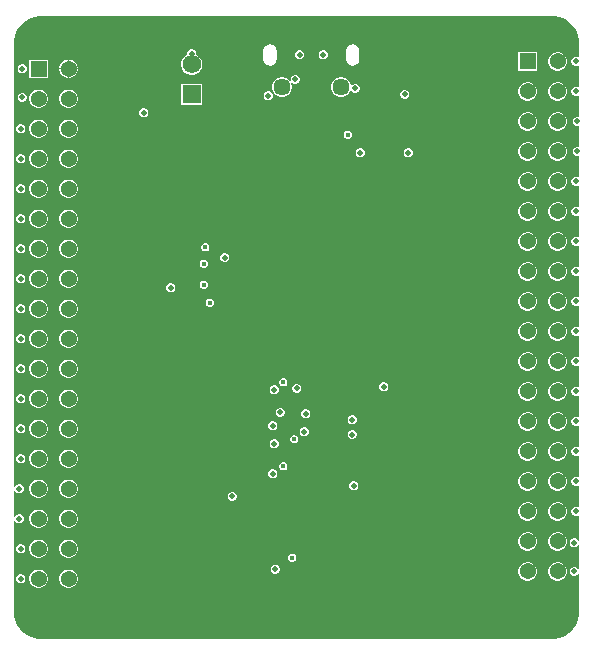
<source format=gbr>
%TF.GenerationSoftware,Altium Limited,Altium Designer,24.10.1 (45)*%
G04 Layer_Physical_Order=3*
G04 Layer_Color=16440176*
%FSLAX45Y45*%
%MOMM*%
%TF.SameCoordinates,4DA1E9EC-797C-4A4C-9375-46A5AD340D12*%
%TF.FilePolarity,Positive*%
%TF.FileFunction,Copper,L3,Inr,Signal*%
%TF.Part,Single*%
G01*
G75*
%TA.AperFunction,ComponentPad*%
%ADD31C,1.37000*%
%ADD32R,1.37000X1.37000*%
%ADD33C,1.45000*%
%ADD34C,1.57000*%
%ADD35R,1.57000X1.57000*%
%TA.AperFunction,ViaPad*%
%ADD36C,0.45000*%
%ADD37C,0.50000*%
G36*
X4640141Y5063332D02*
X4682655Y5045722D01*
X4720916Y5020157D01*
X4753456Y4987617D01*
X4779022Y4949355D01*
X4796632Y4906841D01*
X4805609Y4861709D01*
Y4722481D01*
X4795449Y4718719D01*
X4782699Y4724000D01*
X4767701D01*
X4753845Y4718261D01*
X4743239Y4707655D01*
X4737500Y4693799D01*
Y4678801D01*
X4743239Y4664945D01*
X4753845Y4654339D01*
X4767701Y4648600D01*
X4782699D01*
X4795449Y4653881D01*
X4805609Y4650119D01*
Y4468481D01*
X4795449Y4464719D01*
X4782699Y4470000D01*
X4767701D01*
X4753845Y4464261D01*
X4743239Y4453655D01*
X4737500Y4439799D01*
Y4424801D01*
X4743239Y4410945D01*
X4753845Y4400339D01*
X4767701Y4394600D01*
X4782699D01*
X4795449Y4399881D01*
X4805609Y4396119D01*
Y4220915D01*
X4797162Y4215270D01*
X4795399Y4216000D01*
X4780401D01*
X4766545Y4210261D01*
X4755939Y4199655D01*
X4750200Y4185799D01*
Y4170801D01*
X4755939Y4156945D01*
X4766545Y4146339D01*
X4780401Y4140600D01*
X4795399D01*
X4797162Y4141330D01*
X4805609Y4135685D01*
Y3966915D01*
X4797162Y3961270D01*
X4795399Y3962000D01*
X4780401D01*
X4766545Y3956261D01*
X4755939Y3945655D01*
X4750200Y3931799D01*
Y3916801D01*
X4755939Y3902945D01*
X4766545Y3892339D01*
X4780401Y3886600D01*
X4795399D01*
X4797162Y3887330D01*
X4805609Y3881685D01*
Y3706481D01*
X4795449Y3702719D01*
X4782699Y3708000D01*
X4767701D01*
X4753845Y3702261D01*
X4743239Y3691655D01*
X4737500Y3677799D01*
Y3662801D01*
X4743239Y3648945D01*
X4753845Y3638339D01*
X4767701Y3632600D01*
X4782699D01*
X4795449Y3637881D01*
X4805609Y3634119D01*
Y3452481D01*
X4795449Y3448719D01*
X4782699Y3454000D01*
X4767701D01*
X4753845Y3448261D01*
X4743239Y3437655D01*
X4737500Y3423799D01*
Y3408801D01*
X4743239Y3394945D01*
X4753845Y3384339D01*
X4767701Y3378600D01*
X4782699D01*
X4795449Y3383881D01*
X4805609Y3380119D01*
Y3198481D01*
X4795449Y3194719D01*
X4782699Y3200000D01*
X4767701D01*
X4753845Y3194261D01*
X4743239Y3183655D01*
X4737500Y3169799D01*
Y3154801D01*
X4743239Y3140945D01*
X4753845Y3130339D01*
X4767701Y3124600D01*
X4782699D01*
X4795449Y3129881D01*
X4805609Y3126119D01*
Y2944481D01*
X4795449Y2940719D01*
X4782699Y2946000D01*
X4767701D01*
X4753845Y2940261D01*
X4743239Y2929655D01*
X4737500Y2915799D01*
Y2900801D01*
X4743239Y2886945D01*
X4753845Y2876339D01*
X4767701Y2870600D01*
X4782699D01*
X4795449Y2875881D01*
X4805609Y2872119D01*
Y2690481D01*
X4795449Y2686719D01*
X4782699Y2692000D01*
X4767701D01*
X4753845Y2686261D01*
X4743239Y2675655D01*
X4737500Y2661799D01*
Y2646801D01*
X4743239Y2632945D01*
X4753845Y2622339D01*
X4767701Y2616600D01*
X4782699D01*
X4795449Y2621881D01*
X4805609Y2618119D01*
Y2436481D01*
X4795449Y2432719D01*
X4782699Y2438000D01*
X4767701D01*
X4753845Y2432261D01*
X4743239Y2421655D01*
X4737500Y2407799D01*
Y2392801D01*
X4743239Y2378945D01*
X4753845Y2368339D01*
X4767701Y2362600D01*
X4782699D01*
X4795449Y2367881D01*
X4805609Y2364119D01*
Y2182481D01*
X4795449Y2178719D01*
X4782699Y2184000D01*
X4767701D01*
X4753845Y2178261D01*
X4743239Y2167655D01*
X4737500Y2153799D01*
Y2138801D01*
X4743239Y2124945D01*
X4753845Y2114339D01*
X4767701Y2108600D01*
X4782699D01*
X4795449Y2113881D01*
X4805609Y2110119D01*
Y1928481D01*
X4795449Y1924719D01*
X4782699Y1930000D01*
X4767701D01*
X4753845Y1924261D01*
X4743239Y1913655D01*
X4737500Y1899799D01*
Y1884801D01*
X4743239Y1870945D01*
X4753845Y1860339D01*
X4767701Y1854600D01*
X4782699D01*
X4795449Y1859881D01*
X4805609Y1856119D01*
Y1674481D01*
X4795449Y1670719D01*
X4782699Y1676000D01*
X4767701D01*
X4753845Y1670261D01*
X4743239Y1659655D01*
X4737500Y1645799D01*
Y1630801D01*
X4743239Y1616945D01*
X4753845Y1606339D01*
X4767701Y1600600D01*
X4782699D01*
X4795449Y1605881D01*
X4805609Y1602119D01*
Y1420481D01*
X4795449Y1416719D01*
X4782699Y1422000D01*
X4767701D01*
X4753845Y1416261D01*
X4743239Y1405655D01*
X4737500Y1391799D01*
Y1376801D01*
X4743239Y1362945D01*
X4753845Y1352339D01*
X4767701Y1346600D01*
X4782699D01*
X4795449Y1351881D01*
X4805609Y1348119D01*
Y1166481D01*
X4795449Y1162719D01*
X4782699Y1168000D01*
X4767701D01*
X4753845Y1162261D01*
X4743239Y1151655D01*
X4737500Y1137799D01*
Y1122801D01*
X4743239Y1108945D01*
X4753845Y1098339D01*
X4767701Y1092600D01*
X4782699D01*
X4795449Y1097881D01*
X4805609Y1094119D01*
Y912481D01*
X4795449Y908719D01*
X4782699Y914000D01*
X4767701D01*
X4753845Y908261D01*
X4743239Y897655D01*
X4737500Y883799D01*
Y868801D01*
X4743239Y854945D01*
X4753845Y844339D01*
X4767701Y838600D01*
X4782699D01*
X4795449Y843881D01*
X4805609Y840119D01*
Y630589D01*
X4795449Y628568D01*
X4794461Y630955D01*
X4783855Y641561D01*
X4769999Y647300D01*
X4755001D01*
X4741145Y641561D01*
X4730539Y630955D01*
X4724800Y617099D01*
Y602101D01*
X4730539Y588245D01*
X4741145Y577639D01*
X4755001Y571900D01*
X4769999D01*
X4783855Y577639D01*
X4794461Y588245D01*
X4795449Y590632D01*
X4805609Y588611D01*
Y389289D01*
X4795449Y387268D01*
X4794461Y389655D01*
X4783855Y400261D01*
X4769999Y406000D01*
X4755001D01*
X4741145Y400261D01*
X4730539Y389655D01*
X4724800Y375799D01*
Y360801D01*
X4730539Y346945D01*
X4741145Y336339D01*
X4755001Y330600D01*
X4769999D01*
X4783855Y336339D01*
X4794461Y346945D01*
X4795449Y349332D01*
X4805609Y347311D01*
Y25400D01*
Y2391D01*
X4796632Y-42741D01*
X4779022Y-85256D01*
X4753457Y-123516D01*
X4720917Y-156056D01*
X4682655Y-181622D01*
X4640140Y-199232D01*
X4595009Y-208209D01*
X230991D01*
X185859Y-199232D01*
X143344Y-181622D01*
X105084Y-156057D01*
X72544Y-123518D01*
X46978Y-85256D01*
X29368Y-42741D01*
X20391Y2391D01*
Y25400D01*
Y791811D01*
X30551Y793832D01*
X31539Y791445D01*
X42145Y780839D01*
X56001Y775100D01*
X70999D01*
X84855Y780839D01*
X95461Y791445D01*
X101200Y805301D01*
Y820299D01*
X95461Y834155D01*
X84855Y844761D01*
X70999Y850500D01*
X56001D01*
X42145Y844761D01*
X31539Y834155D01*
X30551Y831768D01*
X20391Y833789D01*
Y1045811D01*
X30551Y1047832D01*
X31539Y1045445D01*
X42145Y1034839D01*
X56001Y1029100D01*
X70999D01*
X84855Y1034839D01*
X95461Y1045445D01*
X101200Y1059301D01*
Y1074299D01*
X95461Y1088155D01*
X84855Y1098761D01*
X70999Y1104500D01*
X56001D01*
X42145Y1098761D01*
X31539Y1088155D01*
X30551Y1085768D01*
X20391Y1087789D01*
Y4838700D01*
Y4861709D01*
X29368Y4906840D01*
X46978Y4949355D01*
X72543Y4987616D01*
X105082Y5020156D01*
X143344Y5045722D01*
X185859Y5063332D01*
X230991Y5072309D01*
X4595009D01*
X4640141Y5063332D01*
D02*
G37*
%LPC*%
G36*
X2644499Y4778100D02*
X2629501D01*
X2615645Y4772361D01*
X2605039Y4761755D01*
X2599300Y4747899D01*
Y4732901D01*
X2605039Y4719045D01*
X2615645Y4708439D01*
X2629501Y4702700D01*
X2644499D01*
X2658355Y4708439D01*
X2668961Y4719045D01*
X2674700Y4732901D01*
Y4747899D01*
X2668961Y4761755D01*
X2658355Y4772361D01*
X2644499Y4778100D01*
D02*
G37*
G36*
X2444499D02*
X2429501D01*
X2415645Y4772361D01*
X2405039Y4761755D01*
X2399300Y4747899D01*
Y4732901D01*
X2405039Y4719045D01*
X2415645Y4708439D01*
X2429501Y4702700D01*
X2444499D01*
X2458355Y4708439D01*
X2468961Y4719045D01*
X2474700Y4732901D01*
Y4747899D01*
X2468961Y4761755D01*
X2458355Y4772361D01*
X2444499Y4778100D01*
D02*
G37*
G36*
X2887000Y4831477D02*
X2865540Y4827209D01*
X2847347Y4815053D01*
X2835191Y4796860D01*
X2830923Y4775400D01*
Y4705400D01*
X2835191Y4683940D01*
X2847347Y4665747D01*
X2865540Y4653591D01*
X2887000Y4649323D01*
X2908460Y4653591D01*
X2926653Y4665747D01*
X2938809Y4683940D01*
X2943077Y4705400D01*
Y4775400D01*
X2938809Y4796860D01*
X2926653Y4815053D01*
X2908460Y4827209D01*
X2887000Y4831477D01*
D02*
G37*
G36*
X2187000D02*
X2165540Y4827209D01*
X2147347Y4815053D01*
X2135191Y4796860D01*
X2130923Y4775400D01*
Y4705400D01*
X2135191Y4683940D01*
X2147347Y4665747D01*
X2165540Y4653591D01*
X2187000Y4649323D01*
X2208460Y4653591D01*
X2226653Y4665747D01*
X2238809Y4683940D01*
X2243077Y4705400D01*
Y4775400D01*
X2238809Y4796860D01*
X2226653Y4815053D01*
X2208460Y4827209D01*
X2187000Y4831477D01*
D02*
G37*
G36*
X492956Y4701460D02*
X487680D01*
Y4627880D01*
X561260D01*
Y4633156D01*
X555899Y4653162D01*
X545543Y4671098D01*
X530898Y4685743D01*
X512962Y4696099D01*
X492956Y4701460D01*
D02*
G37*
G36*
X477520D02*
X472244D01*
X452238Y4696099D01*
X434302Y4685743D01*
X419657Y4671098D01*
X409301Y4653162D01*
X403940Y4633156D01*
Y4627880D01*
X477520D01*
Y4701460D01*
D02*
G37*
G36*
X4633156Y4764960D02*
X4612444D01*
X4592438Y4759599D01*
X4574502Y4749243D01*
X4559857Y4734598D01*
X4549501Y4716662D01*
X4544140Y4696656D01*
Y4675944D01*
X4549501Y4655938D01*
X4559857Y4638002D01*
X4574502Y4623357D01*
X4592438Y4613001D01*
X4612444Y4607640D01*
X4633156D01*
X4653162Y4613001D01*
X4671098Y4623357D01*
X4685743Y4638002D01*
X4696099Y4655938D01*
X4701460Y4675944D01*
Y4696656D01*
X4696099Y4716662D01*
X4685743Y4734598D01*
X4671098Y4749243D01*
X4653162Y4759599D01*
X4633156Y4764960D01*
D02*
G37*
G36*
X4447460D02*
X4290140D01*
Y4607640D01*
X4447460D01*
Y4764960D01*
D02*
G37*
G36*
X96399Y4660500D02*
X81401D01*
X67545Y4654761D01*
X56939Y4644155D01*
X51200Y4630299D01*
Y4615301D01*
X56939Y4601445D01*
X67545Y4590839D01*
X81401Y4585100D01*
X96399D01*
X110255Y4590839D01*
X120861Y4601445D01*
X126600Y4615301D01*
Y4630299D01*
X120861Y4644155D01*
X110255Y4654761D01*
X96399Y4660500D01*
D02*
G37*
G36*
X1531499Y4787500D02*
X1516501D01*
X1502645Y4781761D01*
X1492039Y4771155D01*
X1486300Y4757299D01*
Y4742301D01*
X1486564Y4741662D01*
X1469561Y4731846D01*
X1453054Y4715339D01*
X1441382Y4695121D01*
X1435340Y4672572D01*
Y4649228D01*
X1441382Y4626679D01*
X1453054Y4606461D01*
X1469561Y4589954D01*
X1489779Y4578282D01*
X1512328Y4572240D01*
X1535672D01*
X1558221Y4578282D01*
X1578439Y4589954D01*
X1594946Y4606461D01*
X1606618Y4626679D01*
X1612660Y4649228D01*
Y4672572D01*
X1606618Y4695121D01*
X1594946Y4715339D01*
X1578439Y4731846D01*
X1561436Y4741662D01*
X1561700Y4742301D01*
Y4757299D01*
X1555961Y4771155D01*
X1545355Y4781761D01*
X1531499Y4787500D01*
D02*
G37*
G36*
X561260Y4617720D02*
X487680D01*
Y4544140D01*
X492956D01*
X512962Y4549501D01*
X530898Y4559857D01*
X545543Y4574502D01*
X555899Y4592438D01*
X561260Y4612444D01*
Y4617720D01*
D02*
G37*
G36*
X477520D02*
X403940D01*
Y4612444D01*
X409301Y4592438D01*
X419657Y4574502D01*
X434302Y4559857D01*
X452238Y4549501D01*
X472244Y4544140D01*
X477520D01*
Y4617720D01*
D02*
G37*
G36*
X307260Y4701460D02*
X149940D01*
Y4544140D01*
X307260D01*
Y4701460D01*
D02*
G37*
G36*
X2407799Y4571600D02*
X2392801D01*
X2378945Y4565861D01*
X2368339Y4555255D01*
X2362600Y4541399D01*
Y4526401D01*
X2364512Y4521785D01*
X2355380Y4517282D01*
X2353144Y4521154D01*
X2337754Y4536544D01*
X2318905Y4547427D01*
X2297882Y4553060D01*
X2276118D01*
X2255095Y4547427D01*
X2236246Y4536544D01*
X2220856Y4521154D01*
X2209973Y4502305D01*
X2204340Y4481282D01*
Y4459518D01*
X2209973Y4438495D01*
X2220856Y4419646D01*
X2236246Y4404256D01*
X2255095Y4393373D01*
X2276118Y4387740D01*
X2297882D01*
X2318905Y4393373D01*
X2337754Y4404256D01*
X2353144Y4419646D01*
X2364027Y4438495D01*
X2369660Y4459518D01*
Y4481282D01*
X2364027Y4502305D01*
X2363776Y4502740D01*
X2371906Y4508978D01*
X2378945Y4501939D01*
X2392801Y4496200D01*
X2407799D01*
X2421655Y4501939D01*
X2432261Y4512545D01*
X2438000Y4526401D01*
Y4541399D01*
X2432261Y4555255D01*
X2421655Y4565861D01*
X2407799Y4571600D01*
D02*
G37*
G36*
X2797882Y4553060D02*
X2776118D01*
X2755095Y4547427D01*
X2736246Y4536544D01*
X2720856Y4521154D01*
X2709973Y4502305D01*
X2704340Y4481282D01*
Y4459518D01*
X2709973Y4438495D01*
X2720856Y4419646D01*
X2736246Y4404256D01*
X2755095Y4393373D01*
X2776118Y4387740D01*
X2797882D01*
X2818905Y4393373D01*
X2837754Y4404256D01*
X2853144Y4419646D01*
X2864027Y4438495D01*
X2864194Y4439118D01*
X2874900Y4439819D01*
X2876339Y4436345D01*
X2886945Y4425739D01*
X2900801Y4420000D01*
X2915799D01*
X2929655Y4425739D01*
X2940261Y4436345D01*
X2946000Y4450201D01*
Y4465199D01*
X2940261Y4479055D01*
X2929655Y4489661D01*
X2915799Y4495400D01*
X2900801D01*
X2886945Y4489661D01*
X2879453Y4482169D01*
X2878645Y4482096D01*
X2868655Y4485032D01*
X2864027Y4502305D01*
X2853144Y4521154D01*
X2837754Y4536544D01*
X2818905Y4547427D01*
X2797882Y4553060D01*
D02*
G37*
G36*
X3336299Y4443200D02*
X3321301D01*
X3307445Y4437461D01*
X3296839Y4426855D01*
X3291100Y4412999D01*
Y4398001D01*
X3296839Y4384145D01*
X3307445Y4373539D01*
X3321301Y4367800D01*
X3336299D01*
X3350155Y4373539D01*
X3360761Y4384145D01*
X3366500Y4398001D01*
Y4412999D01*
X3360761Y4426855D01*
X3350155Y4437461D01*
X3336299Y4443200D01*
D02*
G37*
G36*
X2179199Y4431900D02*
X2164201D01*
X2150345Y4426161D01*
X2139739Y4415555D01*
X2134000Y4401699D01*
Y4386701D01*
X2139739Y4372845D01*
X2150345Y4362239D01*
X2164201Y4356500D01*
X2179199D01*
X2193055Y4362239D01*
X2203661Y4372845D01*
X2209400Y4386701D01*
Y4401699D01*
X2203661Y4415555D01*
X2193055Y4426161D01*
X2179199Y4431900D01*
D02*
G37*
G36*
X4633156Y4510960D02*
X4612444D01*
X4592438Y4505599D01*
X4574502Y4495243D01*
X4559857Y4480598D01*
X4549501Y4462662D01*
X4544140Y4442656D01*
Y4421944D01*
X4549501Y4401938D01*
X4559857Y4384002D01*
X4574502Y4369357D01*
X4592438Y4359001D01*
X4612444Y4353640D01*
X4633156D01*
X4653162Y4359001D01*
X4671098Y4369357D01*
X4685743Y4384002D01*
X4696099Y4401938D01*
X4701460Y4421944D01*
Y4442656D01*
X4696099Y4462662D01*
X4685743Y4480598D01*
X4671098Y4495243D01*
X4653162Y4505599D01*
X4633156Y4510960D01*
D02*
G37*
G36*
X4379156D02*
X4358444D01*
X4338438Y4505599D01*
X4320502Y4495243D01*
X4305857Y4480598D01*
X4295501Y4462662D01*
X4290140Y4442656D01*
Y4421944D01*
X4295501Y4401938D01*
X4305857Y4384002D01*
X4320502Y4369357D01*
X4338438Y4359001D01*
X4358444Y4353640D01*
X4379156D01*
X4399162Y4359001D01*
X4417098Y4369357D01*
X4431743Y4384002D01*
X4442099Y4401938D01*
X4447460Y4421944D01*
Y4442656D01*
X4442099Y4462662D01*
X4431743Y4480598D01*
X4417098Y4495243D01*
X4399162Y4505599D01*
X4379156Y4510960D01*
D02*
G37*
G36*
X96399Y4419200D02*
X81401D01*
X67545Y4413461D01*
X56939Y4402855D01*
X51200Y4388999D01*
Y4374001D01*
X56939Y4360145D01*
X67545Y4349539D01*
X81401Y4343800D01*
X96399D01*
X110255Y4349539D01*
X120861Y4360145D01*
X126600Y4374001D01*
Y4388999D01*
X120861Y4402855D01*
X110255Y4413461D01*
X96399Y4419200D01*
D02*
G37*
G36*
X1612660Y4495560D02*
X1435340D01*
Y4318240D01*
X1612660D01*
Y4495560D01*
D02*
G37*
G36*
X492956Y4447460D02*
X472244D01*
X452238Y4442099D01*
X434302Y4431743D01*
X419657Y4417098D01*
X409301Y4399162D01*
X403940Y4379156D01*
Y4358444D01*
X409301Y4338438D01*
X419657Y4320502D01*
X434302Y4305857D01*
X452238Y4295501D01*
X472244Y4290140D01*
X492956D01*
X512962Y4295501D01*
X530898Y4305857D01*
X545543Y4320502D01*
X555899Y4338438D01*
X561260Y4358444D01*
Y4379156D01*
X555899Y4399162D01*
X545543Y4417098D01*
X530898Y4431743D01*
X512962Y4442099D01*
X492956Y4447460D01*
D02*
G37*
G36*
X238956D02*
X218244D01*
X198238Y4442099D01*
X180302Y4431743D01*
X165657Y4417098D01*
X155301Y4399162D01*
X149940Y4379156D01*
Y4358444D01*
X155301Y4338438D01*
X165657Y4320502D01*
X180302Y4305857D01*
X198238Y4295501D01*
X218244Y4290140D01*
X238956D01*
X258962Y4295501D01*
X276898Y4305857D01*
X291543Y4320502D01*
X301899Y4338438D01*
X307260Y4358444D01*
Y4379156D01*
X301899Y4399162D01*
X291543Y4417098D01*
X276898Y4431743D01*
X258962Y4442099D01*
X238956Y4447460D01*
D02*
G37*
G36*
X1125099Y4288213D02*
X1110101D01*
X1096245Y4282474D01*
X1085639Y4271869D01*
X1079900Y4258012D01*
Y4243014D01*
X1085639Y4229158D01*
X1096245Y4218553D01*
X1110101Y4212813D01*
X1125099D01*
X1138955Y4218553D01*
X1149561Y4229158D01*
X1155300Y4243014D01*
Y4258012D01*
X1149561Y4271869D01*
X1138955Y4282474D01*
X1125099Y4288213D01*
D02*
G37*
G36*
X4633156Y4256960D02*
X4612444D01*
X4592438Y4251599D01*
X4574502Y4241243D01*
X4559857Y4226598D01*
X4549501Y4208662D01*
X4544140Y4188656D01*
Y4167944D01*
X4549501Y4147938D01*
X4559857Y4130002D01*
X4574502Y4115357D01*
X4592438Y4105001D01*
X4612444Y4099640D01*
X4633156D01*
X4653162Y4105001D01*
X4671098Y4115357D01*
X4685743Y4130002D01*
X4696099Y4147938D01*
X4701460Y4167944D01*
Y4188656D01*
X4696099Y4208662D01*
X4685743Y4226598D01*
X4671098Y4241243D01*
X4653162Y4251599D01*
X4633156Y4256960D01*
D02*
G37*
G36*
X4379156D02*
X4358444D01*
X4338438Y4251599D01*
X4320502Y4241243D01*
X4305857Y4226598D01*
X4295501Y4208662D01*
X4290140Y4188656D01*
Y4167944D01*
X4295501Y4147938D01*
X4305857Y4130002D01*
X4320502Y4115357D01*
X4338438Y4105001D01*
X4358444Y4099640D01*
X4379156D01*
X4399162Y4105001D01*
X4417098Y4115357D01*
X4431743Y4130002D01*
X4442099Y4147938D01*
X4447460Y4167944D01*
Y4188656D01*
X4442099Y4208662D01*
X4431743Y4226598D01*
X4417098Y4241243D01*
X4399162Y4251599D01*
X4379156Y4256960D01*
D02*
G37*
G36*
X83699Y4152500D02*
X68701D01*
X54845Y4146761D01*
X44239Y4136155D01*
X38500Y4122299D01*
Y4107301D01*
X44239Y4093445D01*
X54845Y4082839D01*
X68701Y4077100D01*
X83699D01*
X97555Y4082839D01*
X108161Y4093445D01*
X113900Y4107301D01*
Y4122299D01*
X108161Y4136155D01*
X97555Y4146761D01*
X83699Y4152500D01*
D02*
G37*
G36*
X492956Y4193460D02*
X472244D01*
X452238Y4188099D01*
X434302Y4177743D01*
X419657Y4163098D01*
X409301Y4145162D01*
X403940Y4125156D01*
Y4104444D01*
X409301Y4084438D01*
X419657Y4066502D01*
X434302Y4051857D01*
X452238Y4041501D01*
X472244Y4036140D01*
X492956D01*
X512962Y4041501D01*
X530898Y4051857D01*
X545543Y4066502D01*
X555899Y4084438D01*
X561260Y4104444D01*
Y4125156D01*
X555899Y4145162D01*
X545543Y4163098D01*
X530898Y4177743D01*
X512962Y4188099D01*
X492956Y4193460D01*
D02*
G37*
G36*
X238956D02*
X218244D01*
X198238Y4188099D01*
X180302Y4177743D01*
X165657Y4163098D01*
X155301Y4145162D01*
X149940Y4125156D01*
Y4104444D01*
X155301Y4084438D01*
X165657Y4066502D01*
X180302Y4051857D01*
X198238Y4041501D01*
X218244Y4036140D01*
X238956D01*
X258962Y4041501D01*
X276898Y4051857D01*
X291543Y4066502D01*
X301899Y4084438D01*
X307260Y4104444D01*
Y4125156D01*
X301899Y4145162D01*
X291543Y4163098D01*
X276898Y4177743D01*
X258962Y4188099D01*
X238956Y4193460D01*
D02*
G37*
G36*
X2851802Y4099200D02*
X2837798D01*
X2824861Y4093841D01*
X2814959Y4083939D01*
X2809600Y4071002D01*
Y4056998D01*
X2814959Y4044061D01*
X2824861Y4034159D01*
X2837798Y4028800D01*
X2851802D01*
X2864739Y4034159D01*
X2874641Y4044061D01*
X2880000Y4056998D01*
Y4071002D01*
X2874641Y4083939D01*
X2864739Y4093841D01*
X2851802Y4099200D01*
D02*
G37*
G36*
X3364286Y3949300D02*
X3349287D01*
X3335431Y3943561D01*
X3324826Y3932955D01*
X3319087Y3919099D01*
Y3904101D01*
X3324826Y3890245D01*
X3335431Y3879639D01*
X3349287Y3873900D01*
X3364286D01*
X3378142Y3879639D01*
X3388747Y3890245D01*
X3394486Y3904101D01*
Y3919099D01*
X3388747Y3932955D01*
X3378142Y3943561D01*
X3364286Y3949300D01*
D02*
G37*
G36*
X2957886D02*
X2942887D01*
X2929031Y3943561D01*
X2918426Y3932955D01*
X2912687Y3919099D01*
Y3904101D01*
X2918426Y3890245D01*
X2929031Y3879639D01*
X2942887Y3873900D01*
X2957886D01*
X2971742Y3879639D01*
X2982347Y3890245D01*
X2988086Y3904101D01*
Y3919099D01*
X2982347Y3932955D01*
X2971742Y3943561D01*
X2957886Y3949300D01*
D02*
G37*
G36*
X4633156Y4002960D02*
X4612444D01*
X4592438Y3997599D01*
X4574502Y3987243D01*
X4559857Y3972598D01*
X4549501Y3954662D01*
X4544140Y3934656D01*
Y3913944D01*
X4549501Y3893938D01*
X4559857Y3876002D01*
X4574502Y3861357D01*
X4592438Y3851001D01*
X4612444Y3845640D01*
X4633156D01*
X4653162Y3851001D01*
X4671098Y3861357D01*
X4685743Y3876002D01*
X4696099Y3893938D01*
X4701460Y3913944D01*
Y3934656D01*
X4696099Y3954662D01*
X4685743Y3972598D01*
X4671098Y3987243D01*
X4653162Y3997599D01*
X4633156Y4002960D01*
D02*
G37*
G36*
X4379156D02*
X4358444D01*
X4338438Y3997599D01*
X4320502Y3987243D01*
X4305857Y3972598D01*
X4295501Y3954662D01*
X4290140Y3934656D01*
Y3913944D01*
X4295501Y3893938D01*
X4305857Y3876002D01*
X4320502Y3861357D01*
X4338438Y3851001D01*
X4358444Y3845640D01*
X4379156D01*
X4399162Y3851001D01*
X4417098Y3861357D01*
X4431743Y3876002D01*
X4442099Y3893938D01*
X4447460Y3913944D01*
Y3934656D01*
X4442099Y3954662D01*
X4431743Y3972598D01*
X4417098Y3987243D01*
X4399162Y3997599D01*
X4379156Y4002960D01*
D02*
G37*
G36*
X83699Y3898500D02*
X68701D01*
X54845Y3892761D01*
X44239Y3882155D01*
X38500Y3868299D01*
Y3853301D01*
X44239Y3839445D01*
X54845Y3828839D01*
X68701Y3823100D01*
X83699D01*
X97555Y3828839D01*
X108161Y3839445D01*
X113900Y3853301D01*
Y3868299D01*
X108161Y3882155D01*
X97555Y3892761D01*
X83699Y3898500D01*
D02*
G37*
G36*
X492956Y3939460D02*
X472244D01*
X452238Y3934099D01*
X434302Y3923743D01*
X419657Y3909098D01*
X409301Y3891162D01*
X403940Y3871156D01*
Y3850444D01*
X409301Y3830438D01*
X419657Y3812502D01*
X434302Y3797857D01*
X452238Y3787501D01*
X472244Y3782140D01*
X492956D01*
X512962Y3787501D01*
X530898Y3797857D01*
X545543Y3812502D01*
X555899Y3830438D01*
X561260Y3850444D01*
Y3871156D01*
X555899Y3891162D01*
X545543Y3909098D01*
X530898Y3923743D01*
X512962Y3934099D01*
X492956Y3939460D01*
D02*
G37*
G36*
X238956D02*
X218244D01*
X198238Y3934099D01*
X180302Y3923743D01*
X165657Y3909098D01*
X155301Y3891162D01*
X149940Y3871156D01*
Y3850444D01*
X155301Y3830438D01*
X165657Y3812502D01*
X180302Y3797857D01*
X198238Y3787501D01*
X218244Y3782140D01*
X238956D01*
X258962Y3787501D01*
X276898Y3797857D01*
X291543Y3812502D01*
X301899Y3830438D01*
X307260Y3850444D01*
Y3871156D01*
X301899Y3891162D01*
X291543Y3909098D01*
X276898Y3923743D01*
X258962Y3934099D01*
X238956Y3939460D01*
D02*
G37*
G36*
X4633156Y3748960D02*
X4612444D01*
X4592438Y3743599D01*
X4574502Y3733243D01*
X4559857Y3718598D01*
X4549501Y3700662D01*
X4544140Y3680656D01*
Y3659944D01*
X4549501Y3639938D01*
X4559857Y3622002D01*
X4574502Y3607357D01*
X4592438Y3597001D01*
X4612444Y3591640D01*
X4633156D01*
X4653162Y3597001D01*
X4671098Y3607357D01*
X4685743Y3622002D01*
X4696099Y3639938D01*
X4701460Y3659944D01*
Y3680656D01*
X4696099Y3700662D01*
X4685743Y3718598D01*
X4671098Y3733243D01*
X4653162Y3743599D01*
X4633156Y3748960D01*
D02*
G37*
G36*
X4379156D02*
X4358444D01*
X4338438Y3743599D01*
X4320502Y3733243D01*
X4305857Y3718598D01*
X4295501Y3700662D01*
X4290140Y3680656D01*
Y3659944D01*
X4295501Y3639938D01*
X4305857Y3622002D01*
X4320502Y3607357D01*
X4338438Y3597001D01*
X4358444Y3591640D01*
X4379156D01*
X4399162Y3597001D01*
X4417098Y3607357D01*
X4431743Y3622002D01*
X4442099Y3639938D01*
X4447460Y3659944D01*
Y3680656D01*
X4442099Y3700662D01*
X4431743Y3718598D01*
X4417098Y3733243D01*
X4399162Y3743599D01*
X4379156Y3748960D01*
D02*
G37*
G36*
X83699Y3644500D02*
X68701D01*
X54845Y3638761D01*
X44239Y3628155D01*
X38500Y3614299D01*
Y3599301D01*
X44239Y3585445D01*
X54845Y3574839D01*
X68701Y3569100D01*
X83699D01*
X97555Y3574839D01*
X108161Y3585445D01*
X113900Y3599301D01*
Y3614299D01*
X108161Y3628155D01*
X97555Y3638761D01*
X83699Y3644500D01*
D02*
G37*
G36*
X492956Y3685460D02*
X472244D01*
X452238Y3680099D01*
X434302Y3669743D01*
X419657Y3655098D01*
X409301Y3637162D01*
X403940Y3617156D01*
Y3596444D01*
X409301Y3576438D01*
X419657Y3558502D01*
X434302Y3543857D01*
X452238Y3533501D01*
X472244Y3528140D01*
X492956D01*
X512962Y3533501D01*
X530898Y3543857D01*
X545543Y3558502D01*
X555899Y3576438D01*
X561260Y3596444D01*
Y3617156D01*
X555899Y3637162D01*
X545543Y3655098D01*
X530898Y3669743D01*
X512962Y3680099D01*
X492956Y3685460D01*
D02*
G37*
G36*
X238956D02*
X218244D01*
X198238Y3680099D01*
X180302Y3669743D01*
X165657Y3655098D01*
X155301Y3637162D01*
X149940Y3617156D01*
Y3596444D01*
X155301Y3576438D01*
X165657Y3558502D01*
X180302Y3543857D01*
X198238Y3533501D01*
X218244Y3528140D01*
X238956D01*
X258962Y3533501D01*
X276898Y3543857D01*
X291543Y3558502D01*
X301899Y3576438D01*
X307260Y3596444D01*
Y3617156D01*
X301899Y3637162D01*
X291543Y3655098D01*
X276898Y3669743D01*
X258962Y3680099D01*
X238956Y3685460D01*
D02*
G37*
G36*
X4633156Y3494960D02*
X4612444D01*
X4592438Y3489599D01*
X4574502Y3479243D01*
X4559857Y3464598D01*
X4549501Y3446662D01*
X4544140Y3426656D01*
Y3405944D01*
X4549501Y3385938D01*
X4559857Y3368002D01*
X4574502Y3353357D01*
X4592438Y3343001D01*
X4612444Y3337640D01*
X4633156D01*
X4653162Y3343001D01*
X4671098Y3353357D01*
X4685743Y3368002D01*
X4696099Y3385938D01*
X4701460Y3405944D01*
Y3426656D01*
X4696099Y3446662D01*
X4685743Y3464598D01*
X4671098Y3479243D01*
X4653162Y3489599D01*
X4633156Y3494960D01*
D02*
G37*
G36*
X4379156D02*
X4358444D01*
X4338438Y3489599D01*
X4320502Y3479243D01*
X4305857Y3464598D01*
X4295501Y3446662D01*
X4290140Y3426656D01*
Y3405944D01*
X4295501Y3385938D01*
X4305857Y3368002D01*
X4320502Y3353357D01*
X4338438Y3343001D01*
X4358444Y3337640D01*
X4379156D01*
X4399162Y3343001D01*
X4417098Y3353357D01*
X4431743Y3368002D01*
X4442099Y3385938D01*
X4447460Y3405944D01*
Y3426656D01*
X4442099Y3446662D01*
X4431743Y3464598D01*
X4417098Y3479243D01*
X4399162Y3489599D01*
X4379156Y3494960D01*
D02*
G37*
G36*
X83699Y3390500D02*
X68701D01*
X54845Y3384761D01*
X44239Y3374155D01*
X38500Y3360299D01*
Y3345301D01*
X44239Y3331445D01*
X54845Y3320839D01*
X68701Y3315100D01*
X83699D01*
X97555Y3320839D01*
X108161Y3331445D01*
X113900Y3345301D01*
Y3360299D01*
X108161Y3374155D01*
X97555Y3384761D01*
X83699Y3390500D01*
D02*
G37*
G36*
X492956Y3431460D02*
X472244D01*
X452238Y3426099D01*
X434302Y3415743D01*
X419657Y3401098D01*
X409301Y3383162D01*
X403940Y3363156D01*
Y3342444D01*
X409301Y3322438D01*
X419657Y3304502D01*
X434302Y3289857D01*
X452238Y3279501D01*
X472244Y3274140D01*
X492956D01*
X512962Y3279501D01*
X530898Y3289857D01*
X545543Y3304502D01*
X555899Y3322438D01*
X561260Y3342444D01*
Y3363156D01*
X555899Y3383162D01*
X545543Y3401098D01*
X530898Y3415743D01*
X512962Y3426099D01*
X492956Y3431460D01*
D02*
G37*
G36*
X238956D02*
X218244D01*
X198238Y3426099D01*
X180302Y3415743D01*
X165657Y3401098D01*
X155301Y3383162D01*
X149940Y3363156D01*
Y3342444D01*
X155301Y3322438D01*
X165657Y3304502D01*
X180302Y3289857D01*
X198238Y3279501D01*
X218244Y3274140D01*
X238956D01*
X258962Y3279501D01*
X276898Y3289857D01*
X291543Y3304502D01*
X301899Y3322438D01*
X307260Y3342444D01*
Y3363156D01*
X301899Y3383162D01*
X291543Y3401098D01*
X276898Y3415743D01*
X258962Y3426099D01*
X238956Y3431460D01*
D02*
G37*
G36*
X4633156Y3240960D02*
X4612444D01*
X4592438Y3235599D01*
X4574502Y3225243D01*
X4559857Y3210598D01*
X4549501Y3192662D01*
X4544140Y3172656D01*
Y3151944D01*
X4549501Y3131938D01*
X4559857Y3114002D01*
X4574502Y3099357D01*
X4592438Y3089001D01*
X4612444Y3083640D01*
X4633156D01*
X4653162Y3089001D01*
X4671098Y3099357D01*
X4685743Y3114002D01*
X4696099Y3131938D01*
X4701460Y3151944D01*
Y3172656D01*
X4696099Y3192662D01*
X4685743Y3210598D01*
X4671098Y3225243D01*
X4653162Y3235599D01*
X4633156Y3240960D01*
D02*
G37*
G36*
X4379156D02*
X4358444D01*
X4338438Y3235599D01*
X4320502Y3225243D01*
X4305857Y3210598D01*
X4295501Y3192662D01*
X4290140Y3172656D01*
Y3151944D01*
X4295501Y3131938D01*
X4305857Y3114002D01*
X4320502Y3099357D01*
X4338438Y3089001D01*
X4358444Y3083640D01*
X4379156D01*
X4399162Y3089001D01*
X4417098Y3099357D01*
X4431743Y3114002D01*
X4442099Y3131938D01*
X4447460Y3151944D01*
Y3172656D01*
X4442099Y3192662D01*
X4431743Y3210598D01*
X4417098Y3225243D01*
X4399162Y3235599D01*
X4379156Y3240960D01*
D02*
G37*
G36*
X1645302Y3146700D02*
X1631298D01*
X1618361Y3141341D01*
X1608459Y3131439D01*
X1603100Y3118502D01*
Y3104498D01*
X1608459Y3091561D01*
X1618361Y3081659D01*
X1631298Y3076300D01*
X1645302D01*
X1658239Y3081659D01*
X1668141Y3091561D01*
X1673500Y3104498D01*
Y3118502D01*
X1668141Y3131439D01*
X1658239Y3141341D01*
X1645302Y3146700D01*
D02*
G37*
G36*
X83699Y3136500D02*
X68701D01*
X54845Y3130761D01*
X44239Y3120155D01*
X38500Y3106299D01*
Y3091301D01*
X44239Y3077445D01*
X54845Y3066839D01*
X68701Y3061100D01*
X83699D01*
X97555Y3066839D01*
X108161Y3077445D01*
X113900Y3091301D01*
Y3106299D01*
X108161Y3120155D01*
X97555Y3130761D01*
X83699Y3136500D01*
D02*
G37*
G36*
X492956Y3177460D02*
X472244D01*
X452238Y3172099D01*
X434302Y3161743D01*
X419657Y3147098D01*
X409301Y3129162D01*
X403940Y3109156D01*
Y3088444D01*
X409301Y3068438D01*
X419657Y3050502D01*
X434302Y3035857D01*
X452238Y3025501D01*
X472244Y3020140D01*
X492956D01*
X512962Y3025501D01*
X530898Y3035857D01*
X545543Y3050502D01*
X555899Y3068438D01*
X561260Y3088444D01*
Y3109156D01*
X555899Y3129162D01*
X545543Y3147098D01*
X530898Y3161743D01*
X512962Y3172099D01*
X492956Y3177460D01*
D02*
G37*
G36*
X238956D02*
X218244D01*
X198238Y3172099D01*
X180302Y3161743D01*
X165657Y3147098D01*
X155301Y3129162D01*
X149940Y3109156D01*
Y3088444D01*
X155301Y3068438D01*
X165657Y3050502D01*
X180302Y3035857D01*
X198238Y3025501D01*
X218244Y3020140D01*
X238956D01*
X258962Y3025501D01*
X276898Y3035857D01*
X291543Y3050502D01*
X301899Y3068438D01*
X307260Y3088444D01*
Y3109156D01*
X301899Y3129162D01*
X291543Y3147098D01*
X276898Y3161743D01*
X258962Y3172099D01*
X238956Y3177460D01*
D02*
G37*
G36*
X1810899Y3061200D02*
X1795900D01*
X1782044Y3055460D01*
X1771439Y3044855D01*
X1765700Y3030999D01*
Y3016001D01*
X1771439Y3002145D01*
X1782044Y2991539D01*
X1795900Y2985800D01*
X1810899D01*
X1824755Y2991539D01*
X1835360Y3002145D01*
X1841099Y3016001D01*
Y3030999D01*
X1835360Y3044855D01*
X1824755Y3055460D01*
X1810899Y3061200D01*
D02*
G37*
G36*
X1632602Y3007000D02*
X1618598D01*
X1605661Y3001641D01*
X1595759Y2991739D01*
X1590400Y2978802D01*
Y2964798D01*
X1595759Y2951861D01*
X1605661Y2941959D01*
X1618598Y2936600D01*
X1632602D01*
X1645539Y2941959D01*
X1655441Y2951861D01*
X1660800Y2964798D01*
Y2978802D01*
X1655441Y2991739D01*
X1645539Y3001641D01*
X1632602Y3007000D01*
D02*
G37*
G36*
X4633156Y2986960D02*
X4612444D01*
X4592438Y2981599D01*
X4574502Y2971243D01*
X4559857Y2956598D01*
X4549501Y2938662D01*
X4544140Y2918656D01*
Y2897944D01*
X4549501Y2877938D01*
X4559857Y2860002D01*
X4574502Y2845357D01*
X4592438Y2835001D01*
X4612444Y2829640D01*
X4633156D01*
X4653162Y2835001D01*
X4671098Y2845357D01*
X4685743Y2860002D01*
X4696099Y2877938D01*
X4701460Y2897944D01*
Y2918656D01*
X4696099Y2938662D01*
X4685743Y2956598D01*
X4671098Y2971243D01*
X4653162Y2981599D01*
X4633156Y2986960D01*
D02*
G37*
G36*
X4379156D02*
X4358444D01*
X4338438Y2981599D01*
X4320502Y2971243D01*
X4305857Y2956598D01*
X4295501Y2938662D01*
X4290140Y2918656D01*
Y2897944D01*
X4295501Y2877938D01*
X4305857Y2860002D01*
X4320502Y2845357D01*
X4338438Y2835001D01*
X4358444Y2829640D01*
X4379156D01*
X4399162Y2835001D01*
X4417098Y2845357D01*
X4431743Y2860002D01*
X4442099Y2877938D01*
X4447460Y2897944D01*
Y2918656D01*
X4442099Y2938662D01*
X4431743Y2956598D01*
X4417098Y2971243D01*
X4399162Y2981599D01*
X4379156Y2986960D01*
D02*
G37*
G36*
X83699Y2882500D02*
X68701D01*
X54845Y2876761D01*
X44239Y2866155D01*
X38500Y2852299D01*
Y2837301D01*
X44239Y2823445D01*
X54845Y2812839D01*
X68701Y2807100D01*
X83699D01*
X97555Y2812839D01*
X108161Y2823445D01*
X113900Y2837301D01*
Y2852299D01*
X108161Y2866155D01*
X97555Y2876761D01*
X83699Y2882500D01*
D02*
G37*
G36*
X492956Y2923460D02*
X472244D01*
X452238Y2918099D01*
X434302Y2907743D01*
X419657Y2893098D01*
X409301Y2875162D01*
X403940Y2855156D01*
Y2834444D01*
X409301Y2814438D01*
X419657Y2796502D01*
X434302Y2781857D01*
X452238Y2771501D01*
X472244Y2766140D01*
X492956D01*
X512962Y2771501D01*
X530898Y2781857D01*
X545543Y2796502D01*
X555899Y2814438D01*
X561260Y2834444D01*
Y2855156D01*
X555899Y2875162D01*
X545543Y2893098D01*
X530898Y2907743D01*
X512962Y2918099D01*
X492956Y2923460D01*
D02*
G37*
G36*
X238956D02*
X218244D01*
X198238Y2918099D01*
X180302Y2907743D01*
X165657Y2893098D01*
X155301Y2875162D01*
X149940Y2855156D01*
Y2834444D01*
X155301Y2814438D01*
X165657Y2796502D01*
X180302Y2781857D01*
X198238Y2771501D01*
X218244Y2766140D01*
X238956D01*
X258962Y2771501D01*
X276898Y2781857D01*
X291543Y2796502D01*
X301899Y2814438D01*
X307260Y2834444D01*
Y2855156D01*
X301899Y2875162D01*
X291543Y2893098D01*
X276898Y2907743D01*
X258962Y2918099D01*
X238956Y2923460D01*
D02*
G37*
G36*
X1632602Y2829200D02*
X1618598D01*
X1605661Y2823841D01*
X1595759Y2813939D01*
X1590400Y2801002D01*
Y2786998D01*
X1595759Y2774061D01*
X1605661Y2764159D01*
X1618598Y2758800D01*
X1632602D01*
X1645539Y2764159D01*
X1655441Y2774061D01*
X1660800Y2786998D01*
Y2801002D01*
X1655441Y2813939D01*
X1645539Y2823841D01*
X1632602Y2829200D01*
D02*
G37*
G36*
X1353699Y2806300D02*
X1338701D01*
X1324845Y2800561D01*
X1314239Y2789955D01*
X1308500Y2776099D01*
Y2761101D01*
X1314239Y2747245D01*
X1324845Y2736639D01*
X1338701Y2730900D01*
X1353699D01*
X1367555Y2736639D01*
X1378161Y2747245D01*
X1383900Y2761101D01*
Y2776099D01*
X1378161Y2789955D01*
X1367555Y2800561D01*
X1353699Y2806300D01*
D02*
G37*
G36*
X1683402Y2676800D02*
X1669398D01*
X1656461Y2671441D01*
X1646559Y2661539D01*
X1641200Y2648602D01*
Y2634598D01*
X1646559Y2621661D01*
X1656461Y2611759D01*
X1669398Y2606400D01*
X1683402D01*
X1696339Y2611759D01*
X1706241Y2621661D01*
X1711600Y2634598D01*
Y2648602D01*
X1706241Y2661539D01*
X1696339Y2671441D01*
X1683402Y2676800D01*
D02*
G37*
G36*
X4633156Y2732960D02*
X4612444D01*
X4592438Y2727599D01*
X4574502Y2717243D01*
X4559857Y2702598D01*
X4549501Y2684662D01*
X4544140Y2664656D01*
Y2643944D01*
X4549501Y2623938D01*
X4559857Y2606002D01*
X4574502Y2591357D01*
X4592438Y2581001D01*
X4612444Y2575640D01*
X4633156D01*
X4653162Y2581001D01*
X4671098Y2591357D01*
X4685743Y2606002D01*
X4696099Y2623938D01*
X4701460Y2643944D01*
Y2664656D01*
X4696099Y2684662D01*
X4685743Y2702598D01*
X4671098Y2717243D01*
X4653162Y2727599D01*
X4633156Y2732960D01*
D02*
G37*
G36*
X4379156D02*
X4358444D01*
X4338438Y2727599D01*
X4320502Y2717243D01*
X4305857Y2702598D01*
X4295501Y2684662D01*
X4290140Y2664656D01*
Y2643944D01*
X4295501Y2623938D01*
X4305857Y2606002D01*
X4320502Y2591357D01*
X4338438Y2581001D01*
X4358444Y2575640D01*
X4379156D01*
X4399162Y2581001D01*
X4417098Y2591357D01*
X4431743Y2606002D01*
X4442099Y2623938D01*
X4447460Y2643944D01*
Y2664656D01*
X4442099Y2684662D01*
X4431743Y2702598D01*
X4417098Y2717243D01*
X4399162Y2727599D01*
X4379156Y2732960D01*
D02*
G37*
G36*
X83699Y2628500D02*
X68701D01*
X54845Y2622761D01*
X44239Y2612155D01*
X38500Y2598299D01*
Y2583301D01*
X44239Y2569445D01*
X54845Y2558839D01*
X68701Y2553100D01*
X83699D01*
X97555Y2558839D01*
X108161Y2569445D01*
X113900Y2583301D01*
Y2598299D01*
X108161Y2612155D01*
X97555Y2622761D01*
X83699Y2628500D01*
D02*
G37*
G36*
X492956Y2669460D02*
X472244D01*
X452238Y2664099D01*
X434302Y2653743D01*
X419657Y2639098D01*
X409301Y2621162D01*
X403940Y2601156D01*
Y2580444D01*
X409301Y2560438D01*
X419657Y2542502D01*
X434302Y2527857D01*
X452238Y2517501D01*
X472244Y2512140D01*
X492956D01*
X512962Y2517501D01*
X530898Y2527857D01*
X545543Y2542502D01*
X555899Y2560438D01*
X561260Y2580444D01*
Y2601156D01*
X555899Y2621162D01*
X545543Y2639098D01*
X530898Y2653743D01*
X512962Y2664099D01*
X492956Y2669460D01*
D02*
G37*
G36*
X238956D02*
X218244D01*
X198238Y2664099D01*
X180302Y2653743D01*
X165657Y2639098D01*
X155301Y2621162D01*
X149940Y2601156D01*
Y2580444D01*
X155301Y2560438D01*
X165657Y2542502D01*
X180302Y2527857D01*
X198238Y2517501D01*
X218244Y2512140D01*
X238956D01*
X258962Y2517501D01*
X276898Y2527857D01*
X291543Y2542502D01*
X301899Y2560438D01*
X307260Y2580444D01*
Y2601156D01*
X301899Y2621162D01*
X291543Y2639098D01*
X276898Y2653743D01*
X258962Y2664099D01*
X238956Y2669460D01*
D02*
G37*
G36*
X4633156Y2478960D02*
X4612444D01*
X4592438Y2473599D01*
X4574502Y2463243D01*
X4559857Y2448598D01*
X4549501Y2430662D01*
X4544140Y2410656D01*
Y2389944D01*
X4549501Y2369938D01*
X4559857Y2352002D01*
X4574502Y2337357D01*
X4592438Y2327001D01*
X4612444Y2321640D01*
X4633156D01*
X4653162Y2327001D01*
X4671098Y2337357D01*
X4685743Y2352002D01*
X4696099Y2369938D01*
X4701460Y2389944D01*
Y2410656D01*
X4696099Y2430662D01*
X4685743Y2448598D01*
X4671098Y2463243D01*
X4653162Y2473599D01*
X4633156Y2478960D01*
D02*
G37*
G36*
X4379156D02*
X4358444D01*
X4338438Y2473599D01*
X4320502Y2463243D01*
X4305857Y2448598D01*
X4295501Y2430662D01*
X4290140Y2410656D01*
Y2389944D01*
X4295501Y2369938D01*
X4305857Y2352002D01*
X4320502Y2337357D01*
X4338438Y2327001D01*
X4358444Y2321640D01*
X4379156D01*
X4399162Y2327001D01*
X4417098Y2337357D01*
X4431743Y2352002D01*
X4442099Y2369938D01*
X4447460Y2389944D01*
Y2410656D01*
X4442099Y2430662D01*
X4431743Y2448598D01*
X4417098Y2463243D01*
X4399162Y2473599D01*
X4379156Y2478960D01*
D02*
G37*
G36*
X83699Y2374500D02*
X68701D01*
X54845Y2368761D01*
X44239Y2358155D01*
X38500Y2344299D01*
Y2329301D01*
X44239Y2315445D01*
X54845Y2304839D01*
X68701Y2299100D01*
X83699D01*
X97555Y2304839D01*
X108161Y2315445D01*
X113900Y2329301D01*
Y2344299D01*
X108161Y2358155D01*
X97555Y2368761D01*
X83699Y2374500D01*
D02*
G37*
G36*
X492956Y2415460D02*
X472244D01*
X452238Y2410099D01*
X434302Y2399743D01*
X419657Y2385098D01*
X409301Y2367162D01*
X403940Y2347156D01*
Y2326444D01*
X409301Y2306438D01*
X419657Y2288502D01*
X434302Y2273857D01*
X452238Y2263501D01*
X472244Y2258140D01*
X492956D01*
X512962Y2263501D01*
X530898Y2273857D01*
X545543Y2288502D01*
X555899Y2306438D01*
X561260Y2326444D01*
Y2347156D01*
X555899Y2367162D01*
X545543Y2385098D01*
X530898Y2399743D01*
X512962Y2410099D01*
X492956Y2415460D01*
D02*
G37*
G36*
X238956D02*
X218244D01*
X198238Y2410099D01*
X180302Y2399743D01*
X165657Y2385098D01*
X155301Y2367162D01*
X149940Y2347156D01*
Y2326444D01*
X155301Y2306438D01*
X165657Y2288502D01*
X180302Y2273857D01*
X198238Y2263501D01*
X218244Y2258140D01*
X238956D01*
X258962Y2263501D01*
X276898Y2273857D01*
X291543Y2288502D01*
X301899Y2306438D01*
X307260Y2326444D01*
Y2347156D01*
X301899Y2367162D01*
X291543Y2385098D01*
X276898Y2399743D01*
X258962Y2410099D01*
X238956Y2415460D01*
D02*
G37*
G36*
X4633156Y2224960D02*
X4612444D01*
X4592438Y2219599D01*
X4574502Y2209243D01*
X4559857Y2194598D01*
X4549501Y2176662D01*
X4544140Y2156656D01*
Y2135944D01*
X4549501Y2115938D01*
X4559857Y2098002D01*
X4574502Y2083357D01*
X4592438Y2073001D01*
X4612444Y2067640D01*
X4633156D01*
X4653162Y2073001D01*
X4671098Y2083357D01*
X4685743Y2098002D01*
X4696099Y2115938D01*
X4701460Y2135944D01*
Y2156656D01*
X4696099Y2176662D01*
X4685743Y2194598D01*
X4671098Y2209243D01*
X4653162Y2219599D01*
X4633156Y2224960D01*
D02*
G37*
G36*
X4379156D02*
X4358444D01*
X4338438Y2219599D01*
X4320502Y2209243D01*
X4305857Y2194598D01*
X4295501Y2176662D01*
X4290140Y2156656D01*
Y2135944D01*
X4295501Y2115938D01*
X4305857Y2098002D01*
X4320502Y2083357D01*
X4338438Y2073001D01*
X4358444Y2067640D01*
X4379156D01*
X4399162Y2073001D01*
X4417098Y2083357D01*
X4431743Y2098002D01*
X4442099Y2115938D01*
X4447460Y2135944D01*
Y2156656D01*
X4442099Y2176662D01*
X4431743Y2194598D01*
X4417098Y2209243D01*
X4399162Y2219599D01*
X4379156Y2224960D01*
D02*
G37*
G36*
X83699Y2120500D02*
X68701D01*
X54845Y2114761D01*
X44239Y2104155D01*
X38500Y2090299D01*
Y2075301D01*
X44239Y2061445D01*
X54845Y2050839D01*
X68701Y2045100D01*
X83699D01*
X97555Y2050839D01*
X108161Y2061445D01*
X113900Y2075301D01*
Y2090299D01*
X108161Y2104155D01*
X97555Y2114761D01*
X83699Y2120500D01*
D02*
G37*
G36*
X492956Y2161460D02*
X472244D01*
X452238Y2156099D01*
X434302Y2145743D01*
X419657Y2131098D01*
X409301Y2113162D01*
X403940Y2093156D01*
Y2072444D01*
X409301Y2052438D01*
X419657Y2034502D01*
X434302Y2019857D01*
X452238Y2009501D01*
X472244Y2004140D01*
X492956D01*
X512962Y2009501D01*
X530898Y2019857D01*
X545543Y2034502D01*
X555899Y2052438D01*
X561260Y2072444D01*
Y2093156D01*
X555899Y2113162D01*
X545543Y2131098D01*
X530898Y2145743D01*
X512962Y2156099D01*
X492956Y2161460D01*
D02*
G37*
G36*
X238956D02*
X218244D01*
X198238Y2156099D01*
X180302Y2145743D01*
X165657Y2131098D01*
X155301Y2113162D01*
X149940Y2093156D01*
Y2072444D01*
X155301Y2052438D01*
X165657Y2034502D01*
X180302Y2019857D01*
X198238Y2009501D01*
X218244Y2004140D01*
X238956D01*
X258962Y2009501D01*
X276898Y2019857D01*
X291543Y2034502D01*
X301899Y2052438D01*
X307260Y2072444D01*
Y2093156D01*
X301899Y2113162D01*
X291543Y2131098D01*
X276898Y2145743D01*
X258962Y2156099D01*
X238956Y2161460D01*
D02*
G37*
G36*
X2305702Y2003700D02*
X2291698D01*
X2278761Y1998341D01*
X2268859Y1988439D01*
X2263500Y1975502D01*
Y1961498D01*
X2268859Y1948561D01*
X2278761Y1938659D01*
X2291698Y1933300D01*
X2305702D01*
X2318639Y1938659D01*
X2328541Y1948561D01*
X2333900Y1961498D01*
Y1975502D01*
X2328541Y1988439D01*
X2318639Y1998341D01*
X2305702Y2003700D01*
D02*
G37*
G36*
X3158099Y1968100D02*
X3143101D01*
X3129245Y1962361D01*
X3118639Y1951755D01*
X3112900Y1937899D01*
Y1922901D01*
X3118639Y1909045D01*
X3129245Y1898439D01*
X3143101Y1892700D01*
X3158099D01*
X3171955Y1898439D01*
X3182561Y1909045D01*
X3188300Y1922901D01*
Y1937899D01*
X3182561Y1951755D01*
X3171955Y1962361D01*
X3158099Y1968100D01*
D02*
G37*
G36*
X2420499Y1955400D02*
X2405501D01*
X2391645Y1949661D01*
X2381039Y1939055D01*
X2375300Y1925199D01*
Y1910201D01*
X2381039Y1896345D01*
X2391645Y1885739D01*
X2405501Y1880000D01*
X2420499D01*
X2434355Y1885739D01*
X2444961Y1896345D01*
X2450700Y1910201D01*
Y1925199D01*
X2444961Y1939055D01*
X2434355Y1949661D01*
X2420499Y1955400D01*
D02*
G37*
G36*
X2229999Y1942700D02*
X2215001D01*
X2201145Y1936961D01*
X2190539Y1926355D01*
X2184800Y1912499D01*
Y1897501D01*
X2190539Y1883645D01*
X2201145Y1873039D01*
X2215001Y1867300D01*
X2229999D01*
X2243855Y1873039D01*
X2254461Y1883645D01*
X2260200Y1897501D01*
Y1912499D01*
X2254461Y1926355D01*
X2243855Y1936961D01*
X2229999Y1942700D01*
D02*
G37*
G36*
X4633156Y1970960D02*
X4612444D01*
X4592438Y1965599D01*
X4574502Y1955243D01*
X4559857Y1940598D01*
X4549501Y1922662D01*
X4544140Y1902656D01*
Y1881944D01*
X4549501Y1861938D01*
X4559857Y1844002D01*
X4574502Y1829357D01*
X4592438Y1819001D01*
X4612444Y1813640D01*
X4633156D01*
X4653162Y1819001D01*
X4671098Y1829357D01*
X4685743Y1844002D01*
X4696099Y1861938D01*
X4701460Y1881944D01*
Y1902656D01*
X4696099Y1922662D01*
X4685743Y1940598D01*
X4671098Y1955243D01*
X4653162Y1965599D01*
X4633156Y1970960D01*
D02*
G37*
G36*
X4379156D02*
X4358444D01*
X4338438Y1965599D01*
X4320502Y1955243D01*
X4305857Y1940598D01*
X4295501Y1922662D01*
X4290140Y1902656D01*
Y1881944D01*
X4295501Y1861938D01*
X4305857Y1844002D01*
X4320502Y1829357D01*
X4338438Y1819001D01*
X4358444Y1813640D01*
X4379156D01*
X4399162Y1819001D01*
X4417098Y1829357D01*
X4431743Y1844002D01*
X4442099Y1861938D01*
X4447460Y1881944D01*
Y1902656D01*
X4442099Y1922662D01*
X4431743Y1940598D01*
X4417098Y1955243D01*
X4399162Y1965599D01*
X4379156Y1970960D01*
D02*
G37*
G36*
X83699Y1866500D02*
X68701D01*
X54845Y1860761D01*
X44239Y1850155D01*
X38500Y1836299D01*
Y1821301D01*
X44239Y1807445D01*
X54845Y1796839D01*
X68701Y1791100D01*
X83699D01*
X97555Y1796839D01*
X108161Y1807445D01*
X113900Y1821301D01*
Y1836299D01*
X108161Y1850155D01*
X97555Y1860761D01*
X83699Y1866500D01*
D02*
G37*
G36*
X492956Y1907460D02*
X472244D01*
X452238Y1902099D01*
X434302Y1891743D01*
X419657Y1877098D01*
X409301Y1859162D01*
X403940Y1839156D01*
Y1818444D01*
X409301Y1798438D01*
X419657Y1780502D01*
X434302Y1765857D01*
X452238Y1755501D01*
X472244Y1750140D01*
X492956D01*
X512962Y1755501D01*
X530898Y1765857D01*
X545543Y1780502D01*
X555899Y1798438D01*
X561260Y1818444D01*
Y1839156D01*
X555899Y1859162D01*
X545543Y1877098D01*
X530898Y1891743D01*
X512962Y1902099D01*
X492956Y1907460D01*
D02*
G37*
G36*
X238956D02*
X218244D01*
X198238Y1902099D01*
X180302Y1891743D01*
X165657Y1877098D01*
X155301Y1859162D01*
X149940Y1839156D01*
Y1818444D01*
X155301Y1798438D01*
X165657Y1780502D01*
X180302Y1765857D01*
X198238Y1755501D01*
X218244Y1750140D01*
X238956D01*
X258962Y1755501D01*
X276898Y1765857D01*
X291543Y1780502D01*
X301899Y1798438D01*
X307260Y1818444D01*
Y1839156D01*
X301899Y1859162D01*
X291543Y1877098D01*
X276898Y1891743D01*
X258962Y1902099D01*
X238956Y1907460D01*
D02*
G37*
G36*
X2280799Y1752200D02*
X2265801D01*
X2251945Y1746461D01*
X2241339Y1735855D01*
X2235600Y1721999D01*
Y1707001D01*
X2241339Y1693145D01*
X2251945Y1682539D01*
X2265801Y1676800D01*
X2280799D01*
X2294655Y1682539D01*
X2305261Y1693145D01*
X2311000Y1707001D01*
Y1721999D01*
X2305261Y1735855D01*
X2294655Y1746461D01*
X2280799Y1752200D01*
D02*
G37*
G36*
X2496699Y1739500D02*
X2481701D01*
X2467845Y1733761D01*
X2457239Y1723155D01*
X2451500Y1709299D01*
Y1694301D01*
X2457239Y1680445D01*
X2467845Y1669839D01*
X2481701Y1664100D01*
X2496699D01*
X2510555Y1669839D01*
X2521161Y1680445D01*
X2526900Y1694301D01*
Y1709299D01*
X2521161Y1723155D01*
X2510555Y1733761D01*
X2496699Y1739500D01*
D02*
G37*
G36*
X2890399Y1688700D02*
X2875401D01*
X2861545Y1682961D01*
X2850939Y1672355D01*
X2845200Y1658499D01*
Y1643501D01*
X2850939Y1629645D01*
X2861545Y1619039D01*
X2875401Y1613300D01*
X2890399D01*
X2904255Y1619039D01*
X2914861Y1629645D01*
X2920600Y1643501D01*
Y1658499D01*
X2914861Y1672355D01*
X2904255Y1682961D01*
X2890399Y1688700D01*
D02*
G37*
G36*
X2217299Y1637900D02*
X2202301D01*
X2188445Y1632161D01*
X2177839Y1621555D01*
X2172100Y1607699D01*
Y1592701D01*
X2177839Y1578845D01*
X2188445Y1568239D01*
X2202301Y1562500D01*
X2217299D01*
X2231155Y1568239D01*
X2241761Y1578845D01*
X2247500Y1592701D01*
Y1607699D01*
X2241761Y1621555D01*
X2231155Y1632161D01*
X2217299Y1637900D01*
D02*
G37*
G36*
X4633156Y1716960D02*
X4612444D01*
X4592438Y1711599D01*
X4574502Y1701243D01*
X4559857Y1686598D01*
X4549501Y1668662D01*
X4544140Y1648656D01*
Y1627944D01*
X4549501Y1607938D01*
X4559857Y1590002D01*
X4574502Y1575357D01*
X4592438Y1565001D01*
X4612444Y1559640D01*
X4633156D01*
X4653162Y1565001D01*
X4671098Y1575357D01*
X4685743Y1590002D01*
X4696099Y1607938D01*
X4701460Y1627944D01*
Y1648656D01*
X4696099Y1668662D01*
X4685743Y1686598D01*
X4671098Y1701243D01*
X4653162Y1711599D01*
X4633156Y1716960D01*
D02*
G37*
G36*
X4379156D02*
X4358444D01*
X4338438Y1711599D01*
X4320502Y1701243D01*
X4305857Y1686598D01*
X4295501Y1668662D01*
X4290140Y1648656D01*
Y1627944D01*
X4295501Y1607938D01*
X4305857Y1590002D01*
X4320502Y1575357D01*
X4338438Y1565001D01*
X4358444Y1559640D01*
X4379156D01*
X4399162Y1565001D01*
X4417098Y1575357D01*
X4431743Y1590002D01*
X4442099Y1607938D01*
X4447460Y1627944D01*
Y1648656D01*
X4442099Y1668662D01*
X4431743Y1686598D01*
X4417098Y1701243D01*
X4399162Y1711599D01*
X4379156Y1716960D01*
D02*
G37*
G36*
X83699Y1612500D02*
X68701D01*
X54845Y1606761D01*
X44239Y1596155D01*
X38500Y1582299D01*
Y1567301D01*
X44239Y1553445D01*
X54845Y1542839D01*
X68701Y1537100D01*
X83699D01*
X97555Y1542839D01*
X108161Y1553445D01*
X113900Y1567301D01*
Y1582299D01*
X108161Y1596155D01*
X97555Y1606761D01*
X83699Y1612500D01*
D02*
G37*
G36*
X2483999Y1587100D02*
X2469001D01*
X2455145Y1581361D01*
X2444539Y1570755D01*
X2438800Y1556899D01*
Y1541901D01*
X2444539Y1528045D01*
X2455145Y1517439D01*
X2469001Y1511700D01*
X2483999D01*
X2497855Y1517439D01*
X2508461Y1528045D01*
X2514200Y1541901D01*
Y1556899D01*
X2508461Y1570755D01*
X2497855Y1581361D01*
X2483999Y1587100D01*
D02*
G37*
G36*
X492956Y1653460D02*
X472244D01*
X452238Y1648099D01*
X434302Y1637743D01*
X419657Y1623098D01*
X409301Y1605162D01*
X403940Y1585156D01*
Y1564444D01*
X409301Y1544438D01*
X419657Y1526502D01*
X434302Y1511857D01*
X452238Y1501501D01*
X472244Y1496140D01*
X492956D01*
X512962Y1501501D01*
X530898Y1511857D01*
X545543Y1526502D01*
X555899Y1544438D01*
X561260Y1564444D01*
Y1585156D01*
X555899Y1605162D01*
X545543Y1623098D01*
X530898Y1637743D01*
X512962Y1648099D01*
X492956Y1653460D01*
D02*
G37*
G36*
X238956D02*
X218244D01*
X198238Y1648099D01*
X180302Y1637743D01*
X165657Y1623098D01*
X155301Y1605162D01*
X149940Y1585156D01*
Y1564444D01*
X155301Y1544438D01*
X165657Y1526502D01*
X180302Y1511857D01*
X198238Y1501501D01*
X218244Y1496140D01*
X238956D01*
X258962Y1501501D01*
X276898Y1511857D01*
X291543Y1526502D01*
X301899Y1544438D01*
X307260Y1564444D01*
Y1585156D01*
X301899Y1605162D01*
X291543Y1623098D01*
X276898Y1637743D01*
X258962Y1648099D01*
X238956Y1653460D01*
D02*
G37*
G36*
X2890399Y1563700D02*
X2875401D01*
X2861545Y1557961D01*
X2850939Y1547355D01*
X2845200Y1533499D01*
Y1518501D01*
X2850939Y1504645D01*
X2861545Y1494039D01*
X2875401Y1488300D01*
X2890399D01*
X2904255Y1494039D01*
X2914861Y1504645D01*
X2920600Y1518501D01*
Y1533499D01*
X2914861Y1547355D01*
X2904255Y1557961D01*
X2890399Y1563700D01*
D02*
G37*
G36*
X2397646Y1522622D02*
X2383643D01*
X2370705Y1517263D01*
X2360804Y1507361D01*
X2355445Y1494424D01*
Y1480420D01*
X2360804Y1467483D01*
X2370705Y1457581D01*
X2383643Y1452222D01*
X2397646D01*
X2410583Y1457581D01*
X2420485Y1467483D01*
X2425844Y1480420D01*
Y1494424D01*
X2420485Y1507361D01*
X2410583Y1517263D01*
X2397646Y1522622D01*
D02*
G37*
G36*
X2229699Y1485200D02*
X2214701D01*
X2200845Y1479461D01*
X2190239Y1468855D01*
X2184500Y1454999D01*
Y1440001D01*
X2190239Y1426145D01*
X2200845Y1415539D01*
X2214701Y1409800D01*
X2229699D01*
X2243555Y1415539D01*
X2254161Y1426145D01*
X2259900Y1440001D01*
Y1454999D01*
X2254161Y1468855D01*
X2243555Y1479461D01*
X2229699Y1485200D01*
D02*
G37*
G36*
X4633156Y1462960D02*
X4612444D01*
X4592438Y1457599D01*
X4574502Y1447243D01*
X4559857Y1432598D01*
X4549501Y1414662D01*
X4544140Y1394656D01*
Y1373944D01*
X4549501Y1353938D01*
X4559857Y1336002D01*
X4574502Y1321357D01*
X4592438Y1311001D01*
X4612444Y1305640D01*
X4633156D01*
X4653162Y1311001D01*
X4671098Y1321357D01*
X4685743Y1336002D01*
X4696099Y1353938D01*
X4701460Y1373944D01*
Y1394656D01*
X4696099Y1414662D01*
X4685743Y1432598D01*
X4671098Y1447243D01*
X4653162Y1457599D01*
X4633156Y1462960D01*
D02*
G37*
G36*
X4379156D02*
X4358444D01*
X4338438Y1457599D01*
X4320502Y1447243D01*
X4305857Y1432598D01*
X4295501Y1414662D01*
X4290140Y1394656D01*
Y1373944D01*
X4295501Y1353938D01*
X4305857Y1336002D01*
X4320502Y1321357D01*
X4338438Y1311001D01*
X4358444Y1305640D01*
X4379156D01*
X4399162Y1311001D01*
X4417098Y1321357D01*
X4431743Y1336002D01*
X4442099Y1353938D01*
X4447460Y1373944D01*
Y1394656D01*
X4442099Y1414662D01*
X4431743Y1432598D01*
X4417098Y1447243D01*
X4399162Y1457599D01*
X4379156Y1462960D01*
D02*
G37*
G36*
X83699Y1358500D02*
X68701D01*
X54845Y1352761D01*
X44239Y1342155D01*
X38500Y1328299D01*
Y1313301D01*
X44239Y1299445D01*
X54845Y1288839D01*
X68701Y1283100D01*
X83699D01*
X97555Y1288839D01*
X108161Y1299445D01*
X113900Y1313301D01*
Y1328299D01*
X108161Y1342155D01*
X97555Y1352761D01*
X83699Y1358500D01*
D02*
G37*
G36*
X492956Y1399460D02*
X472244D01*
X452238Y1394099D01*
X434302Y1383743D01*
X419657Y1369098D01*
X409301Y1351162D01*
X403940Y1331156D01*
Y1310444D01*
X409301Y1290438D01*
X419657Y1272502D01*
X434302Y1257857D01*
X452238Y1247501D01*
X472244Y1242140D01*
X492956D01*
X512962Y1247501D01*
X530898Y1257857D01*
X545543Y1272502D01*
X555899Y1290438D01*
X561260Y1310444D01*
Y1331156D01*
X555899Y1351162D01*
X545543Y1369098D01*
X530898Y1383743D01*
X512962Y1394099D01*
X492956Y1399460D01*
D02*
G37*
G36*
X238956D02*
X218244D01*
X198238Y1394099D01*
X180302Y1383743D01*
X165657Y1369098D01*
X155301Y1351162D01*
X149940Y1331156D01*
Y1310444D01*
X155301Y1290438D01*
X165657Y1272502D01*
X180302Y1257857D01*
X198238Y1247501D01*
X218244Y1242140D01*
X238956D01*
X258962Y1247501D01*
X276898Y1257857D01*
X291543Y1272502D01*
X301899Y1290438D01*
X307260Y1310444D01*
Y1331156D01*
X301899Y1351162D01*
X291543Y1369098D01*
X276898Y1383743D01*
X258962Y1394099D01*
X238956Y1399460D01*
D02*
G37*
G36*
X2305702Y1292500D02*
X2291698D01*
X2278761Y1287141D01*
X2268859Y1277239D01*
X2263500Y1264302D01*
Y1250298D01*
X2268859Y1237361D01*
X2278761Y1227459D01*
X2291698Y1222100D01*
X2305702D01*
X2318639Y1227459D01*
X2328541Y1237361D01*
X2333900Y1250298D01*
Y1264302D01*
X2328541Y1277239D01*
X2318639Y1287141D01*
X2305702Y1292500D01*
D02*
G37*
G36*
X2217299Y1231500D02*
X2202301D01*
X2188445Y1225761D01*
X2177839Y1215155D01*
X2172100Y1201299D01*
Y1186301D01*
X2177839Y1172445D01*
X2188445Y1161839D01*
X2202301Y1156100D01*
X2217299D01*
X2231155Y1161839D01*
X2241761Y1172445D01*
X2247500Y1186301D01*
Y1201299D01*
X2241761Y1215155D01*
X2231155Y1225761D01*
X2217299Y1231500D01*
D02*
G37*
G36*
X2903099Y1129900D02*
X2888101D01*
X2874245Y1124161D01*
X2863639Y1113555D01*
X2857900Y1099699D01*
Y1084701D01*
X2863639Y1070845D01*
X2874245Y1060239D01*
X2888101Y1054500D01*
X2903099D01*
X2916955Y1060239D01*
X2927561Y1070845D01*
X2933300Y1084701D01*
Y1099699D01*
X2927561Y1113555D01*
X2916955Y1124161D01*
X2903099Y1129900D01*
D02*
G37*
G36*
X4633156Y1208960D02*
X4612444D01*
X4592438Y1203599D01*
X4574502Y1193243D01*
X4559857Y1178598D01*
X4549501Y1160662D01*
X4544140Y1140656D01*
Y1119944D01*
X4549501Y1099938D01*
X4559857Y1082002D01*
X4574502Y1067357D01*
X4592438Y1057001D01*
X4612444Y1051640D01*
X4633156D01*
X4653162Y1057001D01*
X4671098Y1067357D01*
X4685743Y1082002D01*
X4696099Y1099938D01*
X4701460Y1119944D01*
Y1140656D01*
X4696099Y1160662D01*
X4685743Y1178598D01*
X4671098Y1193243D01*
X4653162Y1203599D01*
X4633156Y1208960D01*
D02*
G37*
G36*
X4379156D02*
X4358444D01*
X4338438Y1203599D01*
X4320502Y1193243D01*
X4305857Y1178598D01*
X4295501Y1160662D01*
X4290140Y1140656D01*
Y1119944D01*
X4295501Y1099938D01*
X4305857Y1082002D01*
X4320502Y1067357D01*
X4338438Y1057001D01*
X4358444Y1051640D01*
X4379156D01*
X4399162Y1057001D01*
X4417098Y1067357D01*
X4431743Y1082002D01*
X4442099Y1099938D01*
X4447460Y1119944D01*
Y1140656D01*
X4442099Y1160662D01*
X4431743Y1178598D01*
X4417098Y1193243D01*
X4399162Y1203599D01*
X4379156Y1208960D01*
D02*
G37*
G36*
X492956Y1145460D02*
X472244D01*
X452238Y1140099D01*
X434302Y1129743D01*
X419657Y1115098D01*
X409301Y1097162D01*
X403940Y1077156D01*
Y1056444D01*
X409301Y1036438D01*
X419657Y1018502D01*
X434302Y1003857D01*
X452238Y993501D01*
X472244Y988140D01*
X492956D01*
X512962Y993501D01*
X530898Y1003857D01*
X545543Y1018502D01*
X555899Y1036438D01*
X561260Y1056444D01*
Y1077156D01*
X555899Y1097162D01*
X545543Y1115098D01*
X530898Y1129743D01*
X512962Y1140099D01*
X492956Y1145460D01*
D02*
G37*
G36*
X238956D02*
X218244D01*
X198238Y1140099D01*
X180302Y1129743D01*
X165657Y1115098D01*
X155301Y1097162D01*
X149940Y1077156D01*
Y1056444D01*
X155301Y1036438D01*
X165657Y1018502D01*
X180302Y1003857D01*
X198238Y993501D01*
X218244Y988140D01*
X238956D01*
X258962Y993501D01*
X276898Y1003857D01*
X291543Y1018502D01*
X301899Y1036438D01*
X307260Y1056444D01*
Y1077156D01*
X301899Y1097162D01*
X291543Y1115098D01*
X276898Y1129743D01*
X258962Y1140099D01*
X238956Y1145460D01*
D02*
G37*
G36*
X1874399Y1041000D02*
X1859401D01*
X1845545Y1035261D01*
X1834939Y1024655D01*
X1829200Y1010799D01*
Y995801D01*
X1834939Y981945D01*
X1845545Y971339D01*
X1859401Y965600D01*
X1874399D01*
X1888255Y971339D01*
X1898861Y981945D01*
X1904600Y995801D01*
Y1010799D01*
X1898861Y1024655D01*
X1888255Y1035261D01*
X1874399Y1041000D01*
D02*
G37*
G36*
X4633156Y954960D02*
X4612444D01*
X4592438Y949599D01*
X4574502Y939243D01*
X4559857Y924598D01*
X4549501Y906662D01*
X4544140Y886656D01*
Y865944D01*
X4549501Y845938D01*
X4559857Y828002D01*
X4574502Y813357D01*
X4592438Y803001D01*
X4612444Y797640D01*
X4633156D01*
X4653162Y803001D01*
X4671098Y813357D01*
X4685743Y828002D01*
X4696099Y845938D01*
X4701460Y865944D01*
Y886656D01*
X4696099Y906662D01*
X4685743Y924598D01*
X4671098Y939243D01*
X4653162Y949599D01*
X4633156Y954960D01*
D02*
G37*
G36*
X4379156D02*
X4358444D01*
X4338438Y949599D01*
X4320502Y939243D01*
X4305857Y924598D01*
X4295501Y906662D01*
X4290140Y886656D01*
Y865944D01*
X4295501Y845938D01*
X4305857Y828002D01*
X4320502Y813357D01*
X4338438Y803001D01*
X4358444Y797640D01*
X4379156D01*
X4399162Y803001D01*
X4417098Y813357D01*
X4431743Y828002D01*
X4442099Y845938D01*
X4447460Y865944D01*
Y886656D01*
X4442099Y906662D01*
X4431743Y924598D01*
X4417098Y939243D01*
X4399162Y949599D01*
X4379156Y954960D01*
D02*
G37*
G36*
X492956Y891460D02*
X472244D01*
X452238Y886099D01*
X434302Y875743D01*
X419657Y861098D01*
X409301Y843162D01*
X403940Y823156D01*
Y802444D01*
X409301Y782438D01*
X419657Y764502D01*
X434302Y749857D01*
X452238Y739501D01*
X472244Y734140D01*
X492956D01*
X512962Y739501D01*
X530898Y749857D01*
X545543Y764502D01*
X555899Y782438D01*
X561260Y802444D01*
Y823156D01*
X555899Y843162D01*
X545543Y861098D01*
X530898Y875743D01*
X512962Y886099D01*
X492956Y891460D01*
D02*
G37*
G36*
X238956D02*
X218244D01*
X198238Y886099D01*
X180302Y875743D01*
X165657Y861098D01*
X155301Y843162D01*
X149940Y823156D01*
Y802444D01*
X155301Y782438D01*
X165657Y764502D01*
X180302Y749857D01*
X198238Y739501D01*
X218244Y734140D01*
X238956D01*
X258962Y739501D01*
X276898Y749857D01*
X291543Y764502D01*
X301899Y782438D01*
X307260Y802444D01*
Y823156D01*
X301899Y843162D01*
X291543Y861098D01*
X276898Y875743D01*
X258962Y886099D01*
X238956Y891460D01*
D02*
G37*
G36*
X4633156Y700960D02*
X4612444D01*
X4592438Y695599D01*
X4574502Y685243D01*
X4559857Y670598D01*
X4549501Y652662D01*
X4544140Y632656D01*
Y611944D01*
X4549501Y591938D01*
X4559857Y574002D01*
X4574502Y559357D01*
X4592438Y549001D01*
X4612444Y543640D01*
X4633156D01*
X4653162Y549001D01*
X4671098Y559357D01*
X4685743Y574002D01*
X4696099Y591938D01*
X4701460Y611944D01*
Y632656D01*
X4696099Y652662D01*
X4685743Y670598D01*
X4671098Y685243D01*
X4653162Y695599D01*
X4633156Y700960D01*
D02*
G37*
G36*
X4379156D02*
X4358444D01*
X4338438Y695599D01*
X4320502Y685243D01*
X4305857Y670598D01*
X4295501Y652662D01*
X4290140Y632656D01*
Y611944D01*
X4295501Y591938D01*
X4305857Y574002D01*
X4320502Y559357D01*
X4338438Y549001D01*
X4358444Y543640D01*
X4379156D01*
X4399162Y549001D01*
X4417098Y559357D01*
X4431743Y574002D01*
X4442099Y591938D01*
X4447460Y611944D01*
Y632656D01*
X4442099Y652662D01*
X4431743Y670598D01*
X4417098Y685243D01*
X4399162Y695599D01*
X4379156Y700960D01*
D02*
G37*
G36*
X83699Y596500D02*
X68701D01*
X54845Y590761D01*
X44239Y580155D01*
X38500Y566299D01*
Y551301D01*
X44239Y537445D01*
X54845Y526839D01*
X68701Y521100D01*
X83699D01*
X97555Y526839D01*
X108161Y537445D01*
X113900Y551301D01*
Y566299D01*
X108161Y580155D01*
X97555Y590761D01*
X83699Y596500D01*
D02*
G37*
G36*
X492956Y637460D02*
X472244D01*
X452238Y632099D01*
X434302Y621743D01*
X419657Y607098D01*
X409301Y589162D01*
X403940Y569156D01*
Y548444D01*
X409301Y528438D01*
X419657Y510502D01*
X434302Y495857D01*
X452238Y485501D01*
X472244Y480140D01*
X492956D01*
X512962Y485501D01*
X530898Y495857D01*
X545543Y510502D01*
X555899Y528438D01*
X561260Y548444D01*
Y569156D01*
X555899Y589162D01*
X545543Y607098D01*
X530898Y621743D01*
X512962Y632099D01*
X492956Y637460D01*
D02*
G37*
G36*
X238956D02*
X218244D01*
X198238Y632099D01*
X180302Y621743D01*
X165657Y607098D01*
X155301Y589162D01*
X149940Y569156D01*
Y548444D01*
X155301Y528438D01*
X165657Y510502D01*
X180302Y495857D01*
X198238Y485501D01*
X218244Y480140D01*
X238956D01*
X258962Y485501D01*
X276898Y495857D01*
X291543Y510502D01*
X301899Y528438D01*
X307260Y548444D01*
Y569156D01*
X301899Y589162D01*
X291543Y607098D01*
X276898Y621743D01*
X258962Y632099D01*
X238956Y637460D01*
D02*
G37*
G36*
X2381902Y517800D02*
X2367898D01*
X2354961Y512441D01*
X2345059Y502539D01*
X2339700Y489602D01*
Y475598D01*
X2345059Y462661D01*
X2354961Y452759D01*
X2367898Y447400D01*
X2381902D01*
X2394839Y452759D01*
X2404741Y462661D01*
X2410100Y475598D01*
Y489602D01*
X2404741Y502539D01*
X2394839Y512441D01*
X2381902Y517800D01*
D02*
G37*
G36*
X2236950Y424449D02*
X2221951D01*
X2208095Y418710D01*
X2197490Y408105D01*
X2191751Y394249D01*
Y379250D01*
X2197490Y365394D01*
X2208095Y354789D01*
X2221951Y349050D01*
X2236950D01*
X2250806Y354789D01*
X2261411Y365394D01*
X2267150Y379250D01*
Y394249D01*
X2261411Y408105D01*
X2250806Y418710D01*
X2236950Y424449D01*
D02*
G37*
G36*
X4633156Y446960D02*
X4612444D01*
X4592438Y441599D01*
X4574502Y431243D01*
X4559857Y416598D01*
X4549501Y398662D01*
X4544140Y378656D01*
Y357944D01*
X4549501Y337938D01*
X4559857Y320002D01*
X4574502Y305357D01*
X4592438Y295001D01*
X4612444Y289640D01*
X4633156D01*
X4653162Y295001D01*
X4671098Y305357D01*
X4685743Y320002D01*
X4696099Y337938D01*
X4701460Y357944D01*
Y378656D01*
X4696099Y398662D01*
X4685743Y416598D01*
X4671098Y431243D01*
X4653162Y441599D01*
X4633156Y446960D01*
D02*
G37*
G36*
X4379156D02*
X4358444D01*
X4338438Y441599D01*
X4320502Y431243D01*
X4305857Y416598D01*
X4295501Y398662D01*
X4290140Y378656D01*
Y357944D01*
X4295501Y337938D01*
X4305857Y320002D01*
X4320502Y305357D01*
X4338438Y295001D01*
X4358444Y289640D01*
X4379156D01*
X4399162Y295001D01*
X4417098Y305357D01*
X4431743Y320002D01*
X4442099Y337938D01*
X4447460Y357944D01*
Y378656D01*
X4442099Y398662D01*
X4431743Y416598D01*
X4417098Y431243D01*
X4399162Y441599D01*
X4379156Y446960D01*
D02*
G37*
G36*
X83699Y342500D02*
X68701D01*
X54845Y336761D01*
X44239Y326155D01*
X38500Y312299D01*
Y297301D01*
X44239Y283445D01*
X54845Y272839D01*
X68701Y267100D01*
X83699D01*
X97555Y272839D01*
X108161Y283445D01*
X113900Y297301D01*
Y312299D01*
X108161Y326155D01*
X97555Y336761D01*
X83699Y342500D01*
D02*
G37*
G36*
X492956Y383460D02*
X472244D01*
X452238Y378099D01*
X434302Y367743D01*
X419657Y353098D01*
X409301Y335162D01*
X403940Y315156D01*
Y294444D01*
X409301Y274438D01*
X419657Y256502D01*
X434302Y241857D01*
X452238Y231501D01*
X472244Y226140D01*
X492956D01*
X512962Y231501D01*
X530898Y241857D01*
X545543Y256502D01*
X555899Y274438D01*
X561260Y294444D01*
Y315156D01*
X555899Y335162D01*
X545543Y353098D01*
X530898Y367743D01*
X512962Y378099D01*
X492956Y383460D01*
D02*
G37*
G36*
X238956D02*
X218244D01*
X198238Y378099D01*
X180302Y367743D01*
X165657Y353098D01*
X155301Y335162D01*
X149940Y315156D01*
Y294444D01*
X155301Y274438D01*
X165657Y256502D01*
X180302Y241857D01*
X198238Y231501D01*
X218244Y226140D01*
X238956D01*
X258962Y231501D01*
X276898Y241857D01*
X291543Y256502D01*
X301899Y274438D01*
X307260Y294444D01*
Y315156D01*
X301899Y335162D01*
X291543Y353098D01*
X276898Y367743D01*
X258962Y378099D01*
X238956Y383460D01*
D02*
G37*
%LPD*%
D31*
X4622800Y368300D02*
D03*
X4368800D02*
D03*
X4622800Y622300D02*
D03*
X4368800D02*
D03*
X4622800Y876300D02*
D03*
X4368800D02*
D03*
X4622800Y1130300D02*
D03*
X4368800D02*
D03*
X4622800Y1384300D02*
D03*
X4368800D02*
D03*
X4622800Y1638300D02*
D03*
X4368800D02*
D03*
X4622800Y1892300D02*
D03*
X4368800D02*
D03*
X4622800Y2146300D02*
D03*
X4368800D02*
D03*
X4622800Y2400300D02*
D03*
X4368800D02*
D03*
X4622800Y2654300D02*
D03*
X4368800D02*
D03*
X4622800Y2908300D02*
D03*
X4368800D02*
D03*
X4622800Y3162300D02*
D03*
X4368800D02*
D03*
X4622800Y3416300D02*
D03*
X4368800D02*
D03*
X4622800Y3670300D02*
D03*
X4368800D02*
D03*
X4622800Y3924300D02*
D03*
X4368800D02*
D03*
X4622800Y4178300D02*
D03*
X4368800D02*
D03*
X4622800Y4432300D02*
D03*
X4368800D02*
D03*
X4622800Y4686300D02*
D03*
X482600Y4622800D02*
D03*
X228600Y4368800D02*
D03*
X482600D02*
D03*
X228600Y4114800D02*
D03*
X482600D02*
D03*
X228600Y3860800D02*
D03*
X482600D02*
D03*
X228600Y3606800D02*
D03*
X482600D02*
D03*
X228600Y3352800D02*
D03*
X482600D02*
D03*
X228600Y3098800D02*
D03*
X482600D02*
D03*
X228600Y2844800D02*
D03*
X482600D02*
D03*
X228600Y2590800D02*
D03*
X482600D02*
D03*
X228600Y2336800D02*
D03*
X482600D02*
D03*
X228600Y2082800D02*
D03*
X482600D02*
D03*
X228600Y1828800D02*
D03*
X482600D02*
D03*
X228600Y1574800D02*
D03*
X482600D02*
D03*
X228600Y1320800D02*
D03*
X482600D02*
D03*
X228600Y1066800D02*
D03*
X482600D02*
D03*
X228600Y812800D02*
D03*
X482600D02*
D03*
X228600Y558800D02*
D03*
X482600D02*
D03*
X228600Y304800D02*
D03*
X482600D02*
D03*
D32*
X4368800Y4686300D02*
D03*
X228600Y4622800D02*
D03*
D33*
X2287000Y4470400D02*
D03*
X2787000D02*
D03*
D34*
X1524000Y4660900D02*
D03*
D35*
Y4406900D02*
D03*
D36*
X2057400Y1612900D02*
D03*
X1676400Y2641600D02*
D03*
X1638300Y3111500D02*
D03*
X1625600Y2794000D02*
D03*
Y2971800D02*
D03*
X2844800Y4064000D02*
D03*
X2390644Y1487422D02*
D03*
X2298700Y1968500D02*
D03*
X2374900Y482600D02*
D03*
X2298700Y1257300D02*
D03*
D37*
X2550117Y1892736D02*
D03*
Y1740336D02*
D03*
X2565400Y1524000D02*
D03*
X2590800Y1612900D02*
D03*
X2362200Y2146300D02*
D03*
X1981200Y2032000D02*
D03*
X2667000Y2019300D02*
D03*
X2489200Y1701800D02*
D03*
X2336800Y1460500D02*
D03*
X2717800Y1092200D02*
D03*
X2222500Y1905000D02*
D03*
X2260600Y1066800D02*
D03*
X1803400Y2819400D02*
D03*
X1600200Y3443300D02*
D03*
X2032000Y3149600D02*
D03*
X3196413Y3911600D02*
D03*
X3098800Y4229100D02*
D03*
X2400300Y4533900D02*
D03*
X1104900D02*
D03*
X596900Y4622800D02*
D03*
X2895600Y1092200D02*
D03*
X2209800Y1193800D02*
D03*
X2882900Y1526000D02*
D03*
Y1651000D02*
D03*
X3150600Y1930400D02*
D03*
X2273300Y1714500D02*
D03*
X2209800Y1600200D02*
D03*
X2476500Y1549400D02*
D03*
X2413000Y1917700D02*
D03*
X1803399Y3023500D02*
D03*
X2950387Y3911600D02*
D03*
X3356787D02*
D03*
X1117600Y4250513D02*
D03*
X1346200Y2768600D02*
D03*
X2229450Y386750D02*
D03*
X1866900Y1003300D02*
D03*
X2171700Y4394200D02*
D03*
X2908300Y4457700D02*
D03*
X3328800Y4405500D02*
D03*
X2222200Y1447500D02*
D03*
X1524000Y4749800D02*
D03*
X2437000Y4740400D02*
D03*
X2637000D02*
D03*
X4762500Y368300D02*
D03*
Y609600D02*
D03*
X4775200Y876300D02*
D03*
Y1130300D02*
D03*
Y1384300D02*
D03*
Y1638300D02*
D03*
Y1892300D02*
D03*
Y2146300D02*
D03*
Y2400300D02*
D03*
Y2654300D02*
D03*
Y2908300D02*
D03*
Y3162300D02*
D03*
Y3416300D02*
D03*
Y3670300D02*
D03*
X4787900Y3924300D02*
D03*
Y4178300D02*
D03*
X4775200Y4432300D02*
D03*
Y4686300D02*
D03*
X76200Y304800D02*
D03*
Y558800D02*
D03*
X63500Y812800D02*
D03*
Y1066800D02*
D03*
X76200Y1320800D02*
D03*
Y1574800D02*
D03*
Y1828800D02*
D03*
Y2082800D02*
D03*
Y2336800D02*
D03*
Y2590800D02*
D03*
Y2844800D02*
D03*
Y3098800D02*
D03*
Y3352800D02*
D03*
Y3606800D02*
D03*
Y3860800D02*
D03*
Y4114800D02*
D03*
X88900Y4381500D02*
D03*
Y4622800D02*
D03*
%TF.MD5,ed327f8339ee955153acf75dd84ec850*%
M02*

</source>
